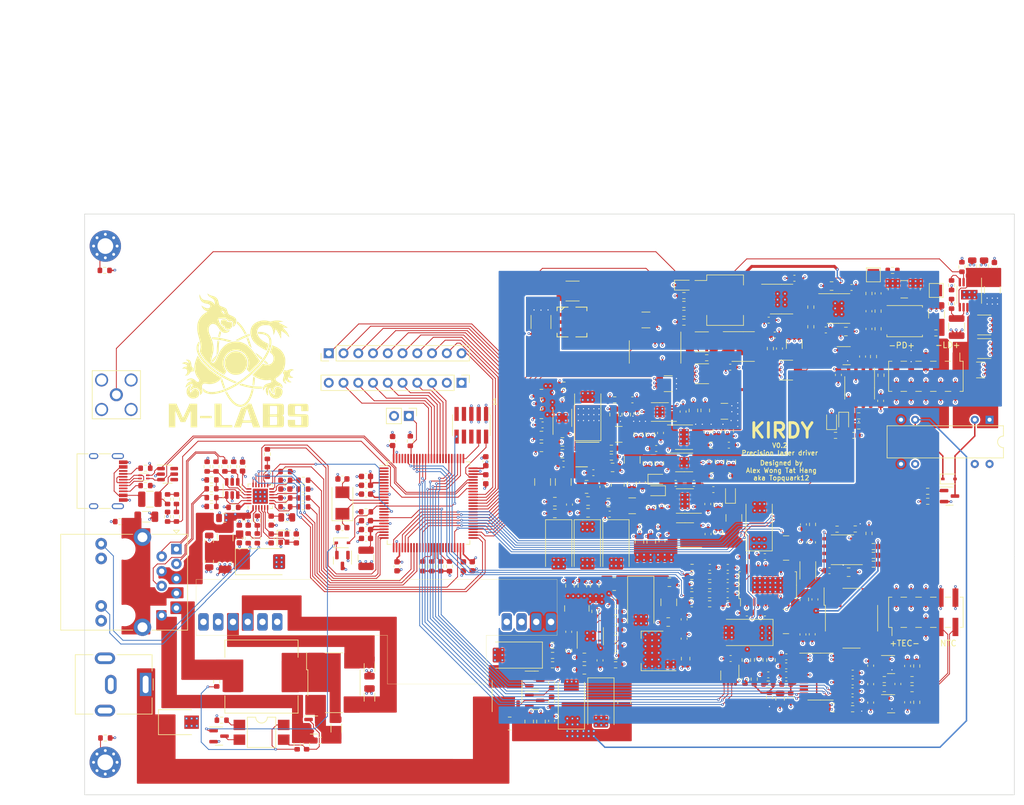
<source format=kicad_pcb>
(kicad_pcb (version 20211014) (generator pcbnew)

  (general
    (thickness 1.6)
  )

  (paper "A4")
  (layers
    (0 "F.Cu" signal)
    (1 "In1.Cu" signal)
    (2 "In2.Cu" signal)
    (31 "B.Cu" signal)
    (32 "B.Adhes" user "B.Adhesive")
    (33 "F.Adhes" user "F.Adhesive")
    (34 "B.Paste" user)
    (35 "F.Paste" user)
    (36 "B.SilkS" user "B.Silkscreen")
    (37 "F.SilkS" user "F.Silkscreen")
    (38 "B.Mask" user)
    (39 "F.Mask" user)
    (40 "Dwgs.User" user "User.Drawings")
    (41 "Cmts.User" user "User.Comments")
    (42 "Eco1.User" user "User.Eco1")
    (43 "Eco2.User" user "User.Eco2")
    (44 "Edge.Cuts" user)
    (45 "Margin" user)
    (46 "B.CrtYd" user "B.Courtyard")
    (47 "F.CrtYd" user "F.Courtyard")
    (48 "B.Fab" user)
    (49 "F.Fab" user)
    (50 "User.1" user)
    (51 "User.2" user)
    (52 "User.3" user)
    (53 "User.4" user)
    (54 "User.5" user)
    (55 "User.6" user)
    (56 "User.7" user)
    (57 "User.8" user)
    (58 "User.9" user)
  )

  (setup
    (stackup
      (layer "F.SilkS" (type "Top Silk Screen"))
      (layer "F.Paste" (type "Top Solder Paste"))
      (layer "F.Mask" (type "Top Solder Mask") (thickness 0.01))
      (layer "F.Cu" (type "copper") (thickness 0.035))
      (layer "dielectric 1" (type "core") (thickness 0.48) (material "FR4") (epsilon_r 4.5) (loss_tangent 0.02))
      (layer "In1.Cu" (type "copper") (thickness 0.035))
      (layer "dielectric 2" (type "prepreg") (thickness 0.48) (material "FR4") (epsilon_r 4.5) (loss_tangent 0.02))
      (layer "In2.Cu" (type "copper") (thickness 0.035))
      (layer "dielectric 3" (type "core") (thickness 0.48) (material "FR4") (epsilon_r 4.5) (loss_tangent 0.02))
      (layer "B.Cu" (type "copper") (thickness 0.035))
      (layer "B.Mask" (type "Bottom Solder Mask") (thickness 0.01))
      (layer "B.Paste" (type "Bottom Solder Paste"))
      (layer "B.SilkS" (type "Bottom Silk Screen"))
      (copper_finish "ENIG")
      (dielectric_constraints no)
    )
    (pad_to_mask_clearance 0)
    (pcbplotparams
      (layerselection 0x00010fc_ffffffff)
      (disableapertmacros false)
      (usegerberextensions true)
      (usegerberattributes false)
      (usegerberadvancedattributes false)
      (creategerberjobfile true)
      (svguseinch false)
      (svgprecision 6)
      (excludeedgelayer true)
      (plotframeref false)
      (viasonmask false)
      (mode 1)
      (useauxorigin false)
      (hpglpennumber 1)
      (hpglpenspeed 20)
      (hpglpendiameter 15.000000)
      (dxfpolygonmode true)
      (dxfimperialunits true)
      (dxfusepcbnewfont true)
      (psnegative false)
      (psa4output false)
      (plotreference false)
      (plotvalue false)
      (plotinvisibletext false)
      (sketchpadsonfab false)
      (subtractmaskfromsilk true)
      (outputformat 1)
      (mirror false)
      (drillshape 0)
      (scaleselection 1)
      (outputdirectory "gerbers")
    )
  )

  (net 0 "")
  (net 1 "+5VA")
  (net 2 "GND")
  (net 3 "Net-(C2-Pad2)")
  (net 4 "Net-(C5-Pad1)")
  (net 5 "Net-(C14-Pad1)")
  (net 6 "Net-(C6-Pad1)")
  (net 7 "+9VA")
  (net 8 "-6V")
  (net 9 "+15V")
  (net 10 "Net-(C13-Pad1)")
  (net 11 "Net-(C13-Pad2)")
  (net 12 "/MCU/PD_MON")
  (net 13 "/driveStage/PD_A")
  (net 14 "Net-(C18-Pad1)")
  (net 15 "Net-(C19-Pad1)")
  (net 16 "+3V3")
  (net 17 "Net-(C21-Pad2)")
  (net 18 "Net-(C22-Pad1)")
  (net 19 "/MCU/VREF")
  (net 20 "+12V")
  (net 21 "Net-(C37-Pad2)")
  (net 22 "Net-(C38-Pad1)")
  (net 23 "Net-(C38-Pad2)")
  (net 24 "Net-(C40-Pad1)")
  (net 25 "Net-(C42-Pad2)")
  (net 26 "Net-(C43-Pad2)")
  (net 27 "-9V")
  (net 28 "IN")
  (net 29 "Net-(C50-Pad1)")
  (net 30 "Net-(C51-Pad1)")
  (net 31 "Net-(C52-Pad1)")
  (net 32 "Net-(C53-Pad1)")
  (net 33 "Net-(C54-Pad1)")
  (net 34 "Net-(C55-Pad1)")
  (net 35 "Net-(C69-Pad1)")
  (net 36 "Net-(C71-Pad1)")
  (net 37 "Net-(C72-Pad1)")
  (net 38 "Net-(C73-Pad1)")
  (net 39 "Net-(C74-Pad1)")
  (net 40 "+9V")
  (net 41 "+8V")
  (net 42 "+3.3VA")
  (net 43 "/thermostat/DAC_REF")
  (net 44 "/thermostat/ADC_REF")
  (net 45 "/thermostat/ADC_A3V3")
  (net 46 "/thermostat/ADC_D3V3")
  (net 47 "Net-(C102-Pad1)")
  (net 48 "Net-(C103-Pad1)")
  (net 49 "Net-(C104-Pad1)")
  (net 50 "/thermostat/MAXV")
  (net 51 "/thermostat/MAXIP")
  (net 52 "/thermostat/MAXIN")
  (net 53 "Net-(C110-Pad1)")
  (net 54 "Net-(C115-Pad1)")
  (net 55 "Net-(C117-Pad1)")
  (net 56 "/MCU/TEC_ISEN")
  (net 57 "Net-(C119-Pad1)")
  (net 58 "/MCU/TEC_VREF")
  (net 59 "Net-(C122-Pad2)")
  (net 60 "Net-(C123-Pad2)")
  (net 61 "Net-(C125-Pad1)")
  (net 62 "+5V")
  (net 63 "Net-(C132-Pad2)")
  (net 64 "Net-(C133-Pad2)")
  (net 65 "Net-(L2-Pad2)")
  (net 66 "Net-(C136-Pad2)")
  (net 67 "Net-(C141-Pad1)")
  (net 68 "Net-(C145-Pad1)")
  (net 69 "Net-(C145-Pad2)")
  (net 70 "Net-(C146-Pad1)")
  (net 71 "Net-(C147-Pad1)")
  (net 72 "Net-(C148-Pad1)")
  (net 73 "Net-(C149-Pad1)")
  (net 74 "Net-(C149-Pad2)")
  (net 75 "Net-(C150-Pad1)")
  (net 76 "Net-(C151-Pad1)")
  (net 77 "Net-(C152-Pad1)")
  (net 78 "Net-(C152-Pad2)")
  (net 79 "Net-(C158-Pad1)")
  (net 80 "Net-(C162-Pad2)")
  (net 81 "Net-(C163-Pad2)")
  (net 82 "Net-(C164-Pad1)")
  (net 83 "/Ehternet/AVDDT_PHY")
  (net 84 "/Ehternet/ETH_SHIELD")
  (net 85 "Net-(D1-Pad2)")
  (net 86 "/MCU/MCU_RSTn")
  (net 87 "/MCU/RST")
  (net 88 "Net-(FB12-Pad1)")
  (net 89 "Net-(FB12-Pad2)")
  (net 90 "/thermostat/TEC+")
  (net 91 "/thermostat/TEC-")
  (net 92 "Net-(C155-Pad1)")
  (net 93 "Net-(C174-Pad2)")
  (net 94 "/MCU/USB_DP")
  (net 95 "/MCU/USB_DN")
  (net 96 "Net-(C175-Pad1)")
  (net 97 "/MCU/SWDIO")
  (net 98 "/MCU/SWCLK")
  (net 99 "unconnected-(J4-Pad6)")
  (net 100 "unconnected-(J4-Pad7)")
  (net 101 "unconnected-(J4-Pad8)")
  (net 102 "unconnected-(J4-Pad9)")
  (net 103 "Net-(J6-Pad1)")
  (net 104 "Net-(J6-Pad2)")
  (net 105 "Net-(J6-Pad3)")
  (net 106 "Net-(J6-Pad6)")
  (net 107 "/Ehternet/POE_VC-")
  (net 108 "/Ehternet/POE_VC+")
  (net 109 "Net-(J6-Pad11)")
  (net 110 "Net-(J6-Pad13)")
  (net 111 "Net-(J7-PadA5)")
  (net 112 "unconnected-(J7-PadA8)")
  (net 113 "Net-(J7-PadB5)")
  (net 114 "unconnected-(J7-PadB8)")
  (net 115 "/driveStage/LD-")
  (net 116 "/thermostat/NTC+")
  (net 117 "/thermostat/NTC-")
  (net 118 "Net-(JP1-Pad1)")
  (net 119 "Net-(L2-Pad1)")
  (net 120 "Net-(L3-Pad1)")
  (net 121 "Net-(Q1-Pad1)")
  (net 122 "Net-(Q2-Pad3)")
  (net 123 "Net-(Q3-Pad1)")
  (net 124 "Net-(Q4-Pad1)")
  (net 125 "Net-(Q5-Pad4)")
  (net 126 "Net-(Q6-Pad1)")
  (net 127 "Net-(C175-Pad2)")
  (net 128 "Net-(R4-Pad2)")
  (net 129 "Net-(C178-Pad1)")
  (net 130 "Net-(R7-Pad2)")
  (net 131 "Net-(C185-Pad1)")
  (net 132 "Net-(C188-Pad1)")
  (net 133 "Net-(R14-Pad2)")
  (net 134 "Net-(R15-Pad2)")
  (net 135 "Net-(R16-Pad2)")
  (net 136 "Net-(R17-Pad2)")
  (net 137 "Net-(C192-Pad1)")
  (net 138 "Net-(D10-Pad2)")
  (net 139 "Net-(R24-Pad2)")
  (net 140 "Net-(R29-Pad2)")
  (net 141 "Net-(R30-Pad2)")
  (net 142 "/MCU/PWM_MAXV")
  (net 143 "/MCU/PWM_MAXIP")
  (net 144 "/MCU/PWM_MAXIN")
  (net 145 "Net-(R41-Pad1)")
  (net 146 "Net-(R42-Pad2)")
  (net 147 "Net-(FL1-Pad1)")
  (net 148 "Net-(R46-Pad2)")
  (net 149 "/MCU/TEC_VSEN")
  (net 150 "Net-(R48-Pad2)")
  (net 151 "Net-(R56-Pad2)")
  (net 152 "Net-(R57-Pad2)")
  (net 153 "Net-(R60-Pad2)")
  (net 154 "Net-(R63-Pad1)")
  (net 155 "Net-(R65-Pad1)")
  (net 156 "Net-(D12-Pad2)")
  (net 157 "/MCU/POE_PWR_SRC")
  (net 158 "/Ehternet/RMII_RXD0")
  (net 159 "Net-(R73-Pad2)")
  (net 160 "/Ehternet/RMII_RXD1")
  (net 161 "Net-(R74-Pad2)")
  (net 162 "/Ehternet/RMII_CRS_DV")
  (net 163 "Net-(R75-Pad2)")
  (net 164 "/Ehternet/RMII_REF_CLK")
  (net 165 "Net-(R76-Pad2)")
  (net 166 "/Ehternet/RMII_MDIO")
  (net 167 "Net-(R82-Pad2)")
  (net 168 "/Ehternet/ETH_LED_1")
  (net 169 "Net-(R84-Pad1)")
  (net 170 "/Ehternet/PHY_TD_P")
  (net 171 "/Ehternet/PHY_TD_N")
  (net 172 "/Ehternet/PHY_RD_P")
  (net 173 "/Ehternet/PHY_RD_N")
  (net 174 "/Ehternet/ETH_LED_2")
  (net 175 "Net-(R94-Pad2)")
  (net 176 "Net-(R95-Pad1)")
  (net 177 "/MCU/USB_VBUS")
  (net 178 "/MCU/LDAC_LOAD")
  (net 179 "/MCU/LDAC_CLK")
  (net 180 "/MCU/LDAC_MOSI")
  (net 181 "/MCU/LDAC_CS")
  (net 182 "/MCU/TADC_SYNC")
  (net 183 "/MCU/TADC_MISO")
  (net 184 "/MCU/TDAC_MOSI")
  (net 185 "/MCU/TADC_CLK")
  (net 186 "/MCU/TDAC_CLK")
  (net 187 "/MCU/TADC_CS")
  (net 188 "/MCU/TDAC_SYNC")
  (net 189 "/MCU/TADC_MOSI")
  (net 190 "Net-(U1-Pad6)")
  (net 191 "unconnected-(U2-Pad1)")
  (net 192 "unconnected-(U2-Pad9)")
  (net 193 "unconnected-(U2-Pad13)")
  (net 194 "unconnected-(U7-Pad1)")
  (net 195 "unconnected-(U7-Pad2)")
  (net 196 "unconnected-(U7-Pad3)")
  (net 197 "unconnected-(U7-Pad4)")
  (net 198 "unconnected-(U7-Pad5)")
  (net 199 "unconnected-(U7-Pad7)")
  (net 200 "unconnected-(U7-Pad8)")
  (net 201 "unconnected-(U7-Pad9)")
  (net 202 "unconnected-(U7-Pad15)")
  (net 203 "/Ehternet/RMII_MDC")
  (net 204 "/Ehternet/PHY_NRST")
  (net 205 "/MCU/TEC_SHDN")
  (net 206 "unconnected-(U7-Pad37)")
  (net 207 "unconnected-(U7-Pad38)")
  (net 208 "unconnected-(U7-Pad45)")
  (net 209 "unconnected-(U7-Pad46)")
  (net 210 "/Ehternet/RMII_TX_EN")
  (net 211 "/Ehternet/RMII_TXD0")
  (net 212 "/Ehternet/RMII_TXD1")
  (net 213 "Net-(J2-Pad3)")
  (net 214 "Net-(J2-Pad4)")
  (net 215 "Net-(J2-Pad5)")
  (net 216 "Net-(J2-Pad6)")
  (net 217 "Net-(J2-Pad7)")
  (net 218 "Net-(J2-Pad8)")
  (net 219 "Net-(J2-Pad9)")
  (net 220 "Net-(J3-Pad2)")
  (net 221 "Net-(J3-Pad3)")
  (net 222 "Net-(J3-Pad4)")
  (net 223 "unconnected-(U7-Pad67)")
  (net 224 "unconnected-(U7-Pad69)")
  (net 225 "Net-(J3-Pad5)")
  (net 226 "Net-(J3-Pad6)")
  (net 227 "Net-(J3-Pad7)")
  (net 228 "Net-(J3-Pad8)")
  (net 229 "Net-(J3-Pad9)")
  (net 230 "Net-(J3-Pad10)")
  (net 231 "unconnected-(K1-Pad14)")
  (net 232 "unconnected-(U7-Pad96)")
  (net 233 "unconnected-(U7-Pad97)")
  (net 234 "unconnected-(U7-Pad98)")
  (net 235 "unconnected-(U9-Pad1)")
  (net 236 "unconnected-(U9-Pad3)")
  (net 237 "unconnected-(U9-Pad6)")
  (net 238 "unconnected-(U9-Pad7)")
  (net 239 "unconnected-(U9-Pad12)")
  (net 240 "unconnected-(U10-Pad5)")
  (net 241 "unconnected-(U11-Pad4)")
  (net 242 "Net-(Q7-Pad1)")
  (net 243 "unconnected-(U13-Pad5)")
  (net 244 "unconnected-(U14-Pad4)")
  (net 245 "unconnected-(U15-Pad4)")
  (net 246 "unconnected-(U15-Pad7)")
  (net 247 "unconnected-(U16-Pad4)")
  (net 248 "unconnected-(U18-Pad9)")
  (net 249 "unconnected-(U18-Pad10)")
  (net 250 "unconnected-(U18-Pad19)")
  (net 251 "unconnected-(U18-Pad20)")
  (net 252 "Net-(U19-Pad5)")
  (net 253 "unconnected-(U22-Pad14)")
  (net 254 "Net-(R1-Pad2)")
  (net 255 "Net-(R7-Pad1)")
  (net 256 "Net-(R11-Pad2)")
  (net 257 "/MCU/LD_EN")
  (net 258 "Net-(R100-Pad2)")
  (net 259 "unconnected-(U28-Pad4)")
  (net 260 "unconnected-(U28-Pad6)")
  (net 261 "Net-(R101-Pad2)")
  (net 262 "Net-(J3-Pad1)")
  (net 263 "Net-(H1-Pad1)")
  (net 264 "Net-(H2-Pad1)")
  (net 265 "/MCU/~{LD_SHORT}")
  (net 266 "Net-(SW1-Pad4)")
  (net 267 "unconnected-(U7-Pad17)")
  (net 268 "unconnected-(U7-Pad43)")
  (net 269 "unconnected-(U7-Pad44)")
  (net 270 "unconnected-(U24-Pad1)")
  (net 271 "unconnected-(U24-Pad2)")
  (net 272 "unconnected-(U24-Pad5)")
  (net 273 "unconnected-(U24-Pad6)")
  (net 274 "Net-(FL3-Pad1)")
  (net 275 "Net-(FL3-Pad4)")
  (net 276 "Net-(D9-Pad1)")
  (net 277 "Net-(C70-Pad1)")
  (net 278 "Net-(C35-Pad1)")

  (footprint "Connector_RJ:RJ45_Abracon_ARJP11A-MA_Horizontal" (layer "F.Cu") (at 15.7964 57.6926 -90))

  (footprint "Resistor_SMD:R_0603_1608Metric" (layer "F.Cu") (at 34.544 45.8338 180))

  (footprint "Resistor_SMD:R_0603_1608Metric" (layer "F.Cu") (at 38.2016 91.3384 90))

  (footprint "Resistor_SMD:R_0603_1608Metric" (layer "F.Cu") (at 80.5302 77.6224))

  (footprint "Capacitor_SMD:C_0603_1608Metric" (layer "F.Cu") (at 34.544 47.3578))

  (footprint "Capacitor_SMD:C_0603_1608Metric" (layer "F.Cu") (at 135.2804 80.9498 90))

  (footprint "Package_TO_SOT_SMD:SOT-23" (layer "F.Cu") (at 77.47 83.7692))

  (footprint "Capacitor_SMD:C_0805_2012Metric" (layer "F.Cu") (at 103.4288 76.5556 -90))

  (footprint "Inductor_SMD:L_1210_3225Metric" (layer "F.Cu") (at 48.428 59.2818 90))

  (footprint "Capacitor_SMD:C_0603_1608Metric" (layer "F.Cu") (at 104.4956 63.9706 180))

  (footprint "Capacitor_SMD:C_0603_1608Metric" (layer "F.Cu") (at 78.8126 36.3114 180))

  (footprint "Package_QFP:LQFP-100_14x14mm_P0.5mm" (layer "F.Cu") (at 59.182 49.7798))

  (footprint "Capacitor_SMD:C_0603_1608Metric" (layer "F.Cu") (at 104.4956 67.1332 180))

  (footprint "Resistor_SMD:R_0603_1608Metric" (layer "F.Cu") (at 37.6308 47.3578 180))

  (footprint "Inductor_SMD:L_1008_2520Metric" (layer "F.Cu") (at 91.7448 46.6344 -90))

  (footprint "Capacitor_SMD:C_0603_1608Metric" (layer "F.Cu") (at 110.6875 60.8397))

  (footprint "Capacitor_SMD:C_0805_2012Metric" (layer "F.Cu") (at 94.1832 46.3922 -90))

  (footprint "Resistor_SMD:R_0603_1608Metric" (layer "F.Cu") (at 115.239 80.0856 -90))

  (footprint "Resistor_SMD:R_0603_1608Metric" (layer "F.Cu") (at 37.6308 45.8338 180))

  (footprint "Resistor_SMD:R_0603_1608Metric" (layer "F.Cu") (at 132.1684 85.191))

  (footprint "Resistor_SMD:R_0603_1608Metric" (layer "F.Cu") (at 104.4956 62.3984))

  (footprint "Capacitor_SMD:C_0603_1608Metric" (layer "F.Cu") (at 134.9756 19.7734 -90))

  (footprint "Capacitor_SMD:C_0603_1608Metric" (layer "F.Cu") (at 99.3394 50.1786 90))

  (footprint "Diode_SMD:D_SMB" (layer "F.Cu") (at 16.256 87.503))

  (footprint "Capacitor_SMD:C_0603_1608Metric" (layer "F.Cu") (at 78.8126 32.7046 180))

  (footprint "Resistor_SMD:R_0603_1608Metric" (layer "F.Cu") (at 21.844 50.355))

  (footprint "Resistor_SMD:R_0603_1608Metric" (layer "F.Cu") (at 145.0848 47.7352))

  (footprint "Inductor_SMD:L_Wuerth_WE-PD-Typ-LS" (layer "F.Cu") (at 30.4348 79.6428))

  (footprint "Capacitor_SMD:C_0805_2012Metric" (layer "F.Cu") (at 82.2198 41.2662 180))

  (footprint "Package_SO:SOIC-8-1EP_3.9x4.9mm_P1.27mm_EP2.29x3mm" (layer "F.Cu") (at 119.9378 14.6424))

  (footprint "Capacitor_SMD:C_0805_2012Metric" (layer "F.Cu") (at 86.0044 76.3524 180))

  (footprint "Package_TO_SOT_SMD:SOT-23-6" (layer "F.Cu") (at 25.4 47.2562 90))

  (footprint "Connector_BarrelJack:BarrelJack_CUI_PJ-063AH_Horizontal" (layer "F.Cu") (at 10.5 81 -90))

  (footprint "Capacitor_SMD:C_1812_4532Metric" (layer "F.Cu") (at 154.813 23.1648))

  (footprint "Resistor_SMD:R_0603_1608Metric" (layer "F.Cu") (at 104.5423 60.8397))

  (footprint "Resistor_SMD:R_0603_1608Metric" (layer "F.Cu") (at 107.823 39.7994))

  (footprint "Capacitor_SMD:C_0603_1608Metric" (layer "F.Cu") (at 117.6528 79.3496 180))

  (footprint "Capacitor_SMD:C_0603_1608Metric" (layer "F.Cu") (at 99.1108 37.6936 -90))

  (footprint "Capacitor_SMD:C_0603_1608Metric" (layer "F.Cu") (at 113.652 80.0602 -90))

  (footprint "Capacitor_SMD:C_0603_1608Metric" (layer "F.Cu") (at 94.2718 32.004))

  (footprint "Capacitor_SMD:C_0805_2012Metric" (layer "F.Cu") (at 154.7876 8.9154 90))

  (footprint "Resistor_SMD:R_0603_1608Metric" (layer "F.Cu") (at 14.2748 52.1208 -90))

  (footprint "Capacitor_SMD:C_1210_3225Metric" (layer "F.Cu") (at 146.6088 17.2212 90))

  (footprint "Resistor_SMD:R_0603_1608Metric" (layer "F.Cu") (at 107.5514 65.5454))

  (footprint "Resistor_SMD:R_0603_1608Metric" (layer "F.Cu") (at 90.6526 41.8474 180))

  (footprint "Capacitor_SMD:C_0603_1608Metric" (layer "F.Cu")
    (tedit 5F68FEEE) (tstamp 1a3a79cf-ff05-4dbb-9b4c-e484c62e37e8)
    (at 101.7016 46.3804)
    (descr "Capacitor SMD 0603 (1608 Metric), square (rectangular) end terminal, IPC_7351 nominal, (Body size source: IPC-SM-782 page 76, https://www.pcb-3d.com/wordpress/wp-content/uploads/ipc-sm-782a_amendment_1_and_2.pdf), generated with kicad-footprint-generator")
    (tags "capacitor")
    (property "MFR_PN" "CL10B105KA8NNNC")
    (property "MFR_PN_ALT" "CGA3E1X7R1E105K080AC")
    (property "Sheetfile" "asupply.kicad_sch")
    (property "Sheetname" "analog supply")
    (path "/ce1698cd-b99b-406e-8c10-58c1e24b12e9/4290453f-cbc7-454f-a286-7839cb3204c5")
    (attr smd)
    (fp_text reference "C38" (at 0 -1.43) (layer "F.SilkS") hide
      (effects (font (size 1 1) (thickness 0.15)))
      (tstamp 0dede79e-c855-4b14-ac08-cb505ad1bdf9)
    )
    (fp_text value "1u" (at 0 1.43) (layer "F.Fab")
      (effects (font (size 1 1) (thickness 0.15)))
      (tstamp a0c47b36-3d76-4a70-8086-057849515c33)
    )
    (fp_text user "${REFERENCE}" (at 0 0) (layer "F.Fab")
      (effects (font (size 0.4 0.4) (thickness 0.06)))
      (tstamp 1152b603-057c-4432-98f9-46dc84ab64aa)
    )
    (fp_line (start -0.14058 0.51) (end 0.14058 0.51) (layer "F.SilkS") (width 0.12) (tstamp 262468e7-b039-427b-b175-af1024206e05))
    (fp_line (start -0.14058 -0.51) (end 0.14058 -0.51) (layer "F.SilkS") (width 0.12) (tstamp 9ae563af-8cc7-4ce8-bba1-3d0113afe078))
    (fp_line (start 1.48 0.73) (end -1.48 0.73) (layer "F.CrtYd") (width 0.05) (tstamp 21d7e010-b271-42ff-a1d3-d10221846627))
    (fp_line (start -1.48 -0.73) (end 1.48 -0.73) (layer "F.CrtYd") (width 0.05) (tstamp 44485066-74c3-413f-8cbc-7389fa115d23))
    (fp_line (start 1.48 -0.73) (end 1.48 0.73) (layer "F.CrtYd") (width 0.05) (tstamp ba90241e-c1b5-4642-a9c4-f1af1daeb15c))
    (fp_line (start -1.48 0.73) (end -1.48 -0.73) (layer "F.CrtY
... [4871254 chars truncated]
</source>
